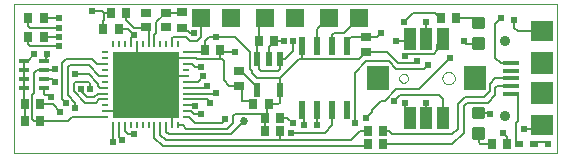
<source format=gtl>
G75*
G70*
%OFA0B0*%
%FSLAX24Y24*%
%IPPOS*%
%LPD*%
%AMOC8*
5,1,8,0,0,1.08239X$1,22.5*
%
%ADD10C,0.0000*%
%ADD11R,0.0276X0.0354*%
%ADD12R,0.0433X0.0728*%
%ADD13R,0.0748X0.0787*%
%ADD14R,0.0551X0.0138*%
%ADD15R,0.0748X0.0709*%
%ADD16R,0.0748X0.0748*%
%ADD17R,0.0236X0.0610*%
%ADD18R,0.0217X0.0472*%
%ADD19R,0.0091X0.0236*%
%ADD20R,0.0236X0.0091*%
%ADD21R,0.2205X0.2205*%
%ADD22C,0.0118*%
%ADD23R,0.0600X0.0600*%
%ADD24R,0.0276X0.0197*%
%ADD25R,0.0354X0.0276*%
%ADD26R,0.0354X0.0315*%
%ADD27C,0.0350*%
%ADD28R,0.0355X0.0180*%
%ADD29C,0.0080*%
%ADD30C,0.0240*%
%ADD31C,0.0270*%
D10*
X004510Y003979D02*
X004510Y008969D01*
X022630Y008969D01*
X022630Y003979D01*
X004510Y003979D01*
X017363Y006479D02*
X017365Y006503D01*
X017371Y006526D01*
X017380Y006548D01*
X017393Y006568D01*
X017408Y006586D01*
X017427Y006601D01*
X017448Y006613D01*
X017470Y006621D01*
X017493Y006626D01*
X017517Y006627D01*
X017541Y006624D01*
X017563Y006617D01*
X017585Y006607D01*
X017605Y006594D01*
X017622Y006577D01*
X017636Y006558D01*
X017647Y006537D01*
X017655Y006514D01*
X017659Y006491D01*
X017659Y006467D01*
X017655Y006444D01*
X017647Y006421D01*
X017636Y006400D01*
X017622Y006381D01*
X017605Y006364D01*
X017585Y006351D01*
X017563Y006341D01*
X017541Y006334D01*
X017517Y006331D01*
X017493Y006332D01*
X017470Y006337D01*
X017448Y006345D01*
X017427Y006357D01*
X017408Y006372D01*
X017393Y006390D01*
X017380Y006410D01*
X017371Y006432D01*
X017365Y006455D01*
X017363Y006479D01*
X018801Y006479D02*
X018803Y006507D01*
X018809Y006535D01*
X018818Y006561D01*
X018831Y006587D01*
X018847Y006610D01*
X018867Y006630D01*
X018889Y006648D01*
X018913Y006663D01*
X018939Y006674D01*
X018966Y006682D01*
X018994Y006686D01*
X019022Y006686D01*
X019050Y006682D01*
X019077Y006674D01*
X019103Y006663D01*
X019127Y006648D01*
X019149Y006630D01*
X019169Y006610D01*
X019185Y006587D01*
X019198Y006561D01*
X019207Y006535D01*
X019213Y006507D01*
X019215Y006479D01*
X019213Y006451D01*
X019207Y006423D01*
X019198Y006397D01*
X019185Y006371D01*
X019169Y006348D01*
X019149Y006328D01*
X019127Y006310D01*
X019103Y006295D01*
X019077Y006284D01*
X019050Y006276D01*
X019022Y006272D01*
X018994Y006272D01*
X018966Y006276D01*
X018939Y006284D01*
X018913Y006295D01*
X018889Y006310D01*
X018867Y006328D01*
X018847Y006348D01*
X018831Y006371D01*
X018818Y006397D01*
X018809Y006423D01*
X018803Y006451D01*
X018801Y006479D01*
D11*
X016828Y004729D03*
X016828Y004292D03*
X016316Y004292D03*
X016316Y004729D03*
X013390Y004729D03*
X012879Y004729D03*
X012879Y005167D03*
X013015Y005604D03*
X012504Y005604D03*
X013390Y005167D03*
X011390Y007417D03*
X010879Y007417D03*
X012691Y007729D03*
X013203Y007729D03*
X008265Y008667D03*
X007754Y008667D03*
X007504Y008104D03*
X008015Y008104D03*
X005515Y007854D03*
X005004Y007854D03*
X005004Y008479D03*
X005515Y008479D03*
X005390Y005604D03*
X004879Y005604D03*
X004879Y005042D03*
X005390Y005042D03*
X018754Y008479D03*
X019265Y008479D03*
X020441Y004292D03*
X020953Y004292D03*
D12*
X018811Y005170D03*
X018260Y005170D03*
X017708Y005170D03*
X017708Y007789D03*
X018260Y007789D03*
X018811Y007789D03*
D13*
X019874Y006479D03*
X016645Y006479D03*
D14*
X021091Y006479D03*
X021091Y006224D03*
X021091Y005968D03*
X021091Y006735D03*
X021091Y006991D03*
D15*
X022135Y008054D03*
X022135Y004905D03*
D16*
X022135Y005979D03*
X022135Y006979D03*
D17*
X015635Y007539D03*
X015135Y007539D03*
X014635Y007539D03*
X014135Y007539D03*
X014135Y005413D03*
X014635Y005413D03*
X015135Y005413D03*
X015635Y005413D03*
D18*
X013384Y006093D03*
X012635Y006093D03*
X012635Y007116D03*
X013010Y007116D03*
X013384Y007116D03*
D19*
X009994Y007624D03*
X009797Y007624D03*
X009600Y007624D03*
X009403Y007624D03*
X009206Y007624D03*
X009010Y007624D03*
X008813Y007624D03*
X008616Y007624D03*
X008419Y007624D03*
X008222Y007624D03*
X008025Y007624D03*
X007828Y007624D03*
X007828Y004907D03*
X008025Y004907D03*
X008222Y004907D03*
X008419Y004907D03*
X008616Y004907D03*
X008813Y004907D03*
X009010Y004907D03*
X009206Y004907D03*
X009403Y004907D03*
X009600Y004907D03*
X009797Y004907D03*
X009994Y004907D03*
D20*
X010269Y005183D03*
X010269Y005380D03*
X010269Y005576D03*
X010269Y005773D03*
X010269Y005970D03*
X010269Y006167D03*
X010269Y006364D03*
X010269Y006561D03*
X010269Y006758D03*
X010269Y006954D03*
X010269Y007151D03*
X010269Y007348D03*
X007553Y007348D03*
X007553Y007151D03*
X007553Y006954D03*
X007553Y006758D03*
X007553Y006561D03*
X007553Y006364D03*
X007553Y006167D03*
X007553Y005970D03*
X007553Y005773D03*
X007553Y005576D03*
X007553Y005380D03*
X007553Y005183D03*
D21*
X008911Y006265D03*
D22*
X019872Y005187D02*
X020148Y005187D01*
X019872Y005187D02*
X019872Y005463D01*
X020148Y005463D01*
X020148Y005187D01*
X020148Y005304D02*
X019872Y005304D01*
X019872Y005421D02*
X020148Y005421D01*
X020148Y004496D02*
X019872Y004496D01*
X019872Y004772D01*
X020148Y004772D01*
X020148Y004496D01*
X020148Y004613D02*
X019872Y004613D01*
X019872Y004730D02*
X020148Y004730D01*
X020148Y007772D02*
X019872Y007772D01*
X020148Y007772D02*
X020148Y007496D01*
X019872Y007496D01*
X019872Y007772D01*
X019872Y007613D02*
X020148Y007613D01*
X020148Y007730D02*
X019872Y007730D01*
X019872Y008463D02*
X020148Y008463D01*
X020148Y008187D01*
X019872Y008187D01*
X019872Y008463D01*
X019872Y008304D02*
X020148Y008304D01*
X020148Y008421D02*
X019872Y008421D01*
D23*
X016010Y008479D03*
X015010Y008479D03*
X013885Y008479D03*
X012885Y008479D03*
X011760Y008479D03*
X010760Y008479D03*
D24*
X021359Y004292D03*
X021871Y004292D03*
D25*
X016260Y007349D03*
X016260Y007860D03*
X012010Y006735D03*
X012010Y006224D03*
X010135Y008161D03*
X010135Y008673D03*
D26*
X009584Y008663D03*
X009584Y008171D03*
X008935Y008171D03*
X008935Y008663D03*
D27*
X020885Y007729D03*
X020885Y005229D03*
D28*
X005530Y006139D03*
X005530Y006449D03*
X005530Y006759D03*
X005530Y007069D03*
X004865Y007069D03*
X004865Y006759D03*
X004865Y006449D03*
X004865Y006139D03*
D29*
X004865Y005619D01*
X004879Y005604D01*
X004879Y005042D01*
X005135Y005104D02*
X005197Y005042D01*
X005322Y005042D01*
X005390Y005042D01*
X006322Y005042D01*
X006463Y005183D01*
X007553Y005183D01*
X007553Y005380D02*
X008609Y005380D01*
X008697Y005292D01*
X008897Y005492D01*
X008897Y006042D01*
X008897Y006251D01*
X008911Y006265D01*
X008897Y006042D02*
X009010Y006042D01*
X009822Y005229D01*
X009797Y005204D01*
X009797Y004907D01*
X009994Y004907D02*
X010144Y004907D01*
X010269Y004782D01*
X011625Y004782D01*
X011822Y004979D01*
X011822Y005229D01*
X011885Y005292D01*
X012754Y005292D01*
X012879Y005167D01*
X012947Y005235D01*
X012947Y005479D01*
X013015Y005548D01*
X013015Y005604D01*
X013015Y005485D01*
X013129Y005599D01*
X013135Y005599D01*
X013135Y005604D02*
X013015Y005604D01*
X013322Y005604D01*
X013385Y005667D01*
X013385Y006092D01*
X013384Y006093D01*
X013385Y006094D01*
X013385Y006479D01*
X012635Y006479D01*
X012447Y006667D01*
X012447Y006729D01*
X012385Y006792D01*
X012385Y007354D01*
X011885Y007854D01*
X011260Y007854D01*
X011010Y007854D01*
X010885Y007729D01*
X010885Y007423D01*
X010879Y007417D01*
X010810Y007348D01*
X010269Y007348D01*
X010269Y007151D02*
X009931Y007151D01*
X009822Y007042D01*
X009822Y006604D01*
X009885Y006604D01*
X009928Y006561D01*
X010269Y006561D01*
X010572Y006854D02*
X010760Y006854D01*
X010572Y006854D02*
X010472Y006954D01*
X010269Y006954D01*
X010269Y007151D02*
X010588Y007151D01*
X010635Y007104D01*
X011385Y007104D01*
X011385Y007354D01*
X011390Y007354D01*
X011390Y007417D01*
X011390Y007354D02*
X011885Y007354D01*
X011510Y007042D02*
X011447Y007104D01*
X011385Y007104D01*
X011510Y007042D02*
X011510Y006417D01*
X011703Y006224D01*
X012010Y006224D01*
X012135Y006099D01*
X012135Y005729D01*
X012504Y005729D01*
X012504Y005604D01*
X013010Y005479D02*
X013015Y005485D01*
X012879Y005167D02*
X012879Y004729D01*
X013390Y004729D02*
X013390Y004423D01*
X013504Y004423D01*
X013510Y004417D01*
X015760Y004417D01*
X016072Y004729D01*
X016316Y004729D01*
X015885Y004979D02*
X015885Y006667D01*
X016260Y007042D01*
X017010Y007042D01*
X017260Y006792D01*
X018197Y006792D01*
X018322Y006917D01*
X017947Y007042D02*
X017885Y006979D01*
X017322Y006979D01*
X016947Y007354D01*
X016265Y007354D01*
X016260Y007349D01*
X016015Y007104D01*
X014135Y007104D01*
X014135Y007539D01*
X013822Y007373D02*
X013565Y007116D01*
X013384Y007116D01*
X013384Y006791D01*
X013322Y006729D01*
X012760Y006729D01*
X012697Y006792D01*
X012697Y007055D01*
X012635Y007116D01*
X012635Y007674D01*
X012691Y007729D01*
X012691Y008286D01*
X012885Y008479D01*
X013203Y007729D02*
X013510Y007729D01*
X013822Y007729D02*
X013822Y007373D01*
X014010Y007104D02*
X013385Y006479D01*
X012635Y006201D02*
X012635Y006094D01*
X012635Y006093D01*
X012635Y006201D02*
X012100Y006735D01*
X012010Y006735D01*
X013010Y007116D02*
X013010Y007536D01*
X013203Y007729D01*
X014010Y007104D02*
X014135Y007104D01*
X014635Y007539D02*
X014635Y008104D01*
X015010Y008479D01*
X015197Y007979D02*
X015510Y007979D01*
X016010Y008479D01*
X016640Y007860D02*
X016760Y007979D01*
X016640Y007860D02*
X016260Y007860D01*
X016254Y007854D01*
X015760Y007854D01*
X015635Y007729D01*
X015635Y007539D01*
X015135Y007539D02*
X015135Y007917D01*
X015197Y007979D01*
X017260Y007729D02*
X017697Y007729D01*
X017708Y007741D01*
X017708Y007789D01*
X017635Y007292D02*
X018510Y007292D01*
X018635Y007417D01*
X018635Y007612D01*
X018811Y007789D01*
X018811Y007468D01*
X019072Y007167D02*
X018010Y006104D01*
X017260Y006104D01*
X016885Y005729D01*
X016760Y005729D01*
X016447Y005417D01*
X016447Y005354D01*
X016260Y005167D01*
X016828Y004729D02*
X017010Y004729D01*
X017135Y004604D01*
X019135Y004604D01*
X019322Y004792D01*
X019322Y005604D01*
X019572Y005854D01*
X020197Y005854D01*
X020385Y006042D01*
X020385Y006292D01*
X020572Y006479D01*
X021091Y006479D01*
X021091Y006224D02*
X020629Y006224D01*
X020572Y006167D01*
X020572Y005932D01*
X020307Y005667D01*
X019635Y005667D01*
X019510Y005542D01*
X019510Y004667D01*
X019135Y004292D01*
X016828Y004292D01*
X016316Y004292D02*
X016254Y004229D01*
X009478Y004229D01*
X009206Y004501D01*
X009206Y004907D01*
X009403Y004907D02*
X009403Y004597D01*
X009583Y004417D01*
X013510Y004417D01*
X013760Y004667D02*
X014885Y004667D01*
X015135Y004917D01*
X015135Y005413D01*
X014635Y005413D02*
X014635Y004917D01*
X014197Y004917D02*
X014197Y005350D01*
X014135Y005413D01*
X013822Y004979D02*
X013635Y005167D01*
X013390Y005167D01*
X012197Y005042D02*
X011760Y004604D01*
X009697Y004604D01*
X009600Y004701D01*
X009600Y004907D01*
X010269Y005183D02*
X010369Y005183D01*
X010572Y004979D01*
X011447Y004979D01*
X011572Y005104D01*
X010760Y005292D02*
X010510Y005292D01*
X010422Y005380D01*
X010269Y005380D01*
X010269Y005576D02*
X010538Y005576D01*
X010572Y005542D01*
X010269Y005773D02*
X010966Y005773D01*
X011072Y005667D01*
X011250Y005970D02*
X011260Y005979D01*
X011250Y005970D02*
X010269Y005970D01*
X010269Y006167D02*
X010885Y006167D01*
X010947Y006229D01*
X010644Y006364D02*
X010822Y006542D01*
X010644Y006364D02*
X010269Y006364D01*
X009822Y006604D02*
X009697Y006479D01*
X008616Y007086D02*
X008572Y007042D01*
X008572Y005417D01*
X008697Y005292D01*
X008222Y004907D02*
X008222Y004704D01*
X008322Y004604D01*
X008510Y004604D01*
X008135Y004417D02*
X008025Y004526D01*
X008025Y004907D01*
X007828Y004907D02*
X007828Y004348D01*
X007822Y004354D01*
X006572Y005479D02*
X006572Y005667D01*
X006322Y005917D01*
X006322Y006854D01*
X006385Y006917D01*
X007010Y006917D01*
X007366Y006561D01*
X007553Y006561D01*
X007322Y006292D02*
X007010Y006604D01*
X006572Y006604D01*
X006572Y006354D02*
X007010Y006354D01*
X007072Y006292D01*
X007072Y006104D01*
X007313Y005970D02*
X007197Y005854D01*
X006947Y005854D01*
X006760Y006042D01*
X006760Y006104D01*
X006510Y006042D02*
X006885Y005667D01*
X007260Y005667D01*
X007366Y005773D01*
X007553Y005773D01*
X007553Y005970D02*
X007313Y005970D01*
X007385Y006167D02*
X007322Y006229D01*
X007322Y006292D01*
X007385Y006167D02*
X007553Y006167D01*
X006572Y006354D02*
X006510Y006292D01*
X006510Y006042D01*
X006135Y005792D02*
X006260Y005667D01*
X006135Y005792D02*
X006135Y006979D01*
X006260Y007104D01*
X007135Y007104D01*
X007285Y006954D01*
X007553Y006954D01*
X008419Y007624D02*
X008419Y007826D01*
X008510Y007917D01*
X008322Y008104D01*
X008015Y008104D01*
X008265Y008411D02*
X008510Y008167D01*
X008931Y008167D01*
X008935Y008171D01*
X009010Y008096D01*
X009010Y007624D01*
X009206Y007624D02*
X009206Y007926D01*
X009260Y007979D01*
X009260Y008338D01*
X009584Y008663D01*
X010125Y008663D01*
X010135Y008673D01*
X010135Y008161D02*
X010197Y008161D01*
X010379Y007979D01*
X010510Y007979D01*
X010635Y007729D02*
X010760Y007854D01*
X010760Y008479D01*
X010260Y007854D02*
X009822Y007854D01*
X009797Y007829D01*
X009797Y007624D01*
X010260Y007854D02*
X010385Y007729D01*
X010635Y007729D01*
X010879Y007474D02*
X010879Y007417D01*
X008616Y007624D02*
X008616Y007086D01*
X007504Y008104D02*
X007504Y008423D01*
X007510Y008429D01*
X007510Y008667D01*
X007447Y008729D01*
X007135Y008729D01*
X007510Y008667D02*
X007754Y008667D01*
X008265Y008667D02*
X008265Y008411D01*
X006010Y008479D02*
X005515Y008479D01*
X005004Y008479D02*
X005004Y008235D01*
X005072Y008167D01*
X006010Y008167D01*
X006010Y007854D02*
X005515Y007854D01*
X005004Y007854D02*
X005004Y007610D01*
X005072Y007542D01*
X006010Y007542D01*
X005635Y007292D02*
X005635Y007174D01*
X005530Y007069D01*
X005600Y007069D01*
X005530Y006759D02*
X005290Y006759D01*
X005197Y006667D01*
X005197Y005979D01*
X005135Y005917D01*
X005135Y005104D01*
X005322Y005042D02*
X005369Y004995D01*
X005390Y005042D02*
X005469Y005120D01*
X005822Y005604D02*
X006072Y005354D01*
X005822Y005604D02*
X005390Y005604D01*
X005572Y005917D02*
X005697Y005917D01*
X005760Y005854D01*
X005572Y005917D02*
X005530Y005959D01*
X005530Y006139D01*
X005790Y006449D02*
X005885Y006354D01*
X005790Y006449D02*
X005530Y006449D01*
X005530Y006759D02*
X005852Y006759D01*
X005885Y006792D01*
X005197Y007292D02*
X004975Y007069D01*
X004865Y007069D01*
X004865Y006759D01*
X004865Y006449D01*
X004865Y006139D01*
X017197Y005729D02*
X017385Y005917D01*
X018697Y005917D01*
X018811Y005803D01*
X018811Y005170D01*
X018260Y005170D02*
X018260Y005667D01*
X017572Y005667D02*
X017572Y005307D01*
X017708Y005170D01*
X020010Y005325D02*
X020352Y005325D01*
X020385Y005292D01*
X021260Y004979D02*
X021260Y004391D01*
X021359Y004292D01*
X020953Y004292D02*
X020953Y004536D01*
X020822Y004667D01*
X020441Y004292D02*
X020072Y004292D01*
X020010Y004354D01*
X020010Y004634D01*
X021260Y004979D02*
X021322Y005042D01*
X021322Y005979D01*
X021310Y005968D01*
X021091Y005968D01*
X021091Y006991D02*
X020748Y006991D01*
X020572Y007167D01*
X020572Y008292D01*
X020760Y008479D01*
X021197Y008417D02*
X021197Y008167D01*
X021310Y008054D01*
X022135Y008054D01*
X020010Y008325D02*
X019855Y008479D01*
X019265Y008479D01*
X018754Y008485D02*
X018754Y008479D01*
X018754Y008485D02*
X018572Y008667D01*
X017822Y008667D01*
X017510Y008354D01*
X018260Y008354D02*
X018260Y007789D01*
X017635Y007292D02*
X017572Y007229D01*
X019510Y007729D02*
X019605Y007634D01*
X020010Y007634D01*
X021959Y004979D02*
X022010Y004979D01*
X022084Y004905D01*
X022135Y004905D01*
X022010Y004979D02*
X021822Y004792D01*
X021510Y004792D01*
X021919Y004341D02*
X021871Y004292D01*
X021919Y004341D02*
X022273Y004341D01*
X022322Y004292D01*
D30*
X022322Y004292D03*
X021510Y004792D03*
X020822Y004667D03*
X020385Y005292D03*
X018260Y005667D03*
X017572Y005667D03*
X017197Y005729D03*
X016260Y005167D03*
X015885Y004979D03*
X014635Y004917D03*
X014197Y004917D03*
X013822Y004979D03*
X013760Y004667D03*
X011572Y005104D03*
X010760Y005292D03*
X010572Y005542D03*
X011072Y005667D03*
X011260Y005979D03*
X010947Y006229D03*
X010822Y006542D03*
X010760Y006854D03*
X011885Y007354D03*
X011260Y007854D03*
X010510Y007979D03*
X008510Y007917D03*
X007135Y008729D03*
X006010Y008479D03*
X006010Y008167D03*
X006010Y007854D03*
X006010Y007542D03*
X005635Y007292D03*
X005197Y007292D03*
X005885Y006792D03*
X005885Y006354D03*
X005760Y005854D03*
X006260Y005667D03*
X006572Y005479D03*
X006072Y005354D03*
X006760Y006104D03*
X007072Y006104D03*
X006572Y006604D03*
X008697Y005292D03*
X008510Y004604D03*
X008135Y004417D03*
X007822Y004354D03*
X013510Y007729D03*
X013822Y007729D03*
X016760Y007979D03*
X017260Y007729D03*
X017572Y007229D03*
X017947Y007042D03*
X018322Y006917D03*
X019072Y007167D03*
X019510Y007729D03*
X018260Y008354D03*
X017510Y008354D03*
X020760Y008479D03*
X021197Y008417D03*
D31*
X012197Y005042D03*
M02*

</source>
